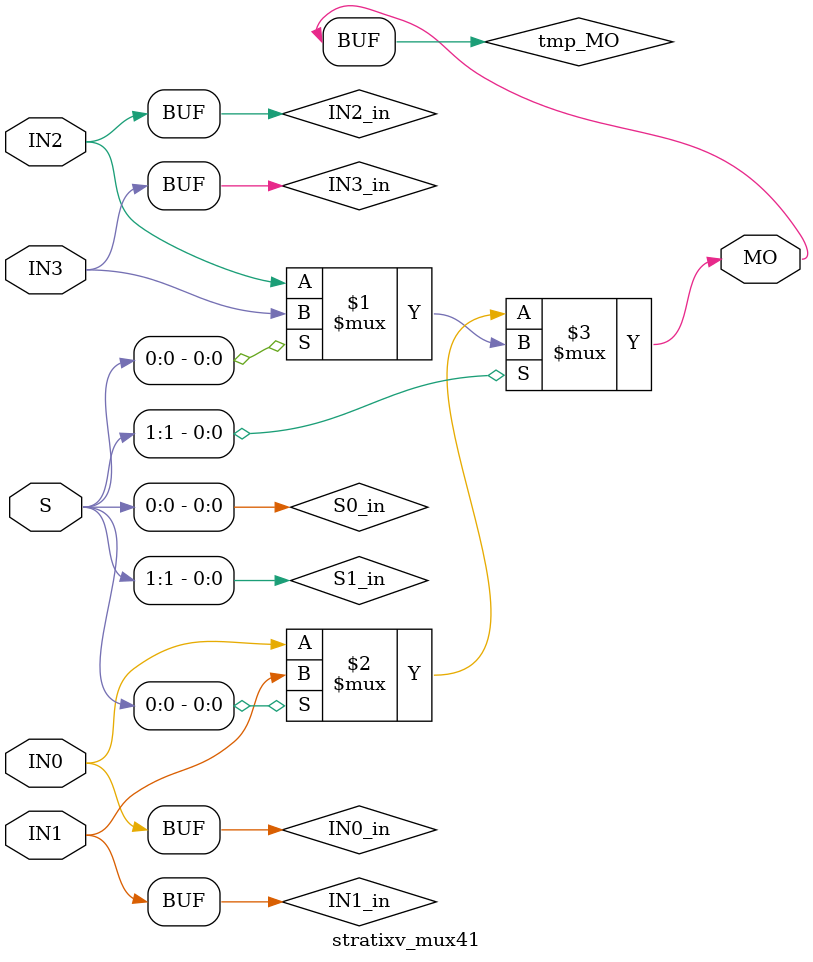
<source format=v>
module stratixv_mux41 (MO, IN0, IN1, IN2, IN3, S);
   input IN0;
   input IN1;
   input IN2;
   input IN3;
   input [1:0] S;
   output MO;
   wire IN0_in;
   wire IN1_in;
   wire IN2_in;
   wire IN3_in;
   wire S1_in;
   wire S0_in;
   buf(IN0_in, IN0);
   buf(IN1_in, IN1);
   buf(IN2_in, IN2);
   buf(IN3_in, IN3);
   buf(S1_in, S[1]);
   buf(S0_in, S[0]);
   wire   tmp_MO;
   specify
      (IN0 => MO) = (0, 0);
      (IN1 => MO) = (0, 0);
      (IN2 => MO) = (0, 0);
      (IN3 => MO) = (0, 0);
      (S[1] => MO) = (0, 0);
      (S[0] => MO) = (0, 0);
   endspecify
   assign tmp_MO = S1_in ? (S0_in ? IN3_in : IN2_in) : (S0_in ? IN1_in : IN0_in);
   buf (MO, tmp_MO);
endmodule
</source>
